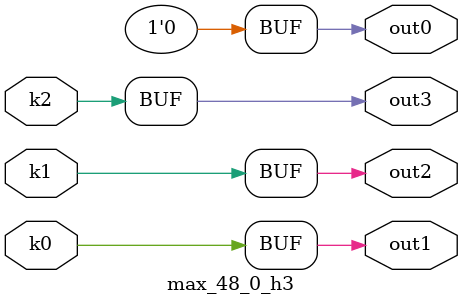
<source format=v>
module max_48_0(pi0, pi1, pi2, pi3, pi4, pi5, pi6, po0, po1, po2, po3);
input pi0, pi1, pi2, pi3, pi4, pi5, pi6;
output po0, po1, po2, po3;
wire k0, k1, k2;
max_48_0_w3 DUT1 (pi0, pi1, pi2, pi3, pi4, pi5, pi6, k0, k1, k2);
max_48_0_h3 DUT2 (k0, k1, k2, po0, po1, po2, po3);
endmodule

module max_48_0_w3(in6, in5, in4, in3, in2, in1, in0, k2, k1, k0);
input in6, in5, in4, in3, in2, in1, in0;
output k2, k1, k0;
assign k0 =   in2 ? in4 : in3;
assign k1 =   (((in4 & (~in3 | (~in1 & ~in0))) | (~in3 & ~in1 & ~in0)) & (~in6 | in5)) | (~in6 & in5);
assign k2 =   in2;
endmodule

module max_48_0_h3(k2, k1, k0, out3, out2, out1, out0);
input k2, k1, k0;
output out3, out2, out1, out0;
assign out0 = 0;
assign out1 = k0;
assign out2 = k1;
assign out3 = k2;
endmodule

</source>
